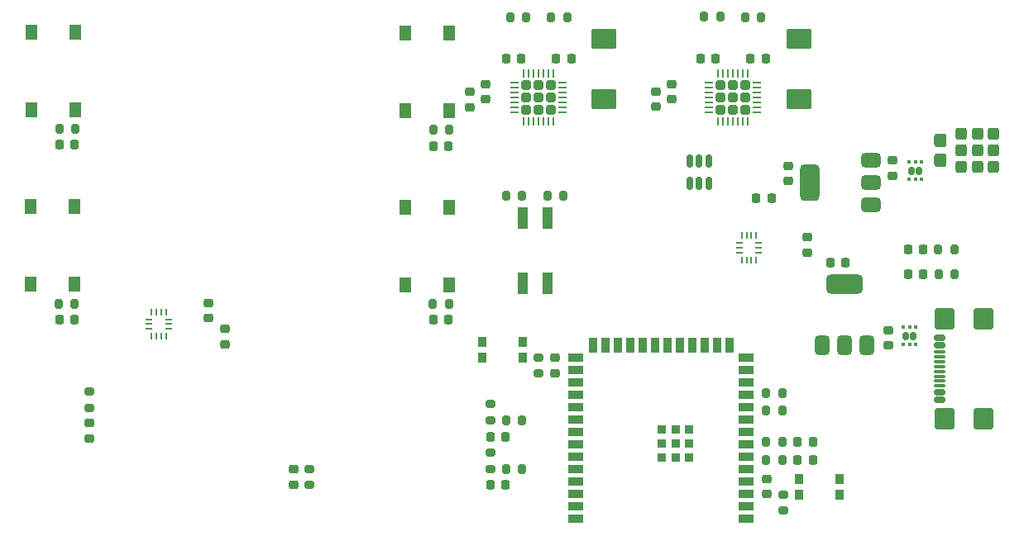
<source format=gbr>
%TF.GenerationSoftware,KiCad,Pcbnew,8.0.8-8.0.8-0~ubuntu22.04.1*%
%TF.CreationDate,2025-03-05T01:13:39-05:00*%
%TF.ProjectId,Electronics V2,456c6563-7472-46f6-9e69-63732056322e,rev?*%
%TF.SameCoordinates,Original*%
%TF.FileFunction,Paste,Top*%
%TF.FilePolarity,Positive*%
%FSLAX46Y46*%
G04 Gerber Fmt 4.6, Leading zero omitted, Abs format (unit mm)*
G04 Created by KiCad (PCBNEW 8.0.8-8.0.8-0~ubuntu22.04.1) date 2025-03-05 01:13:39*
%MOMM*%
%LPD*%
G01*
G04 APERTURE LIST*
G04 Aperture macros list*
%AMRoundRect*
0 Rectangle with rounded corners*
0 $1 Rounding radius*
0 $2 $3 $4 $5 $6 $7 $8 $9 X,Y pos of 4 corners*
0 Add a 4 corners polygon primitive as box body*
4,1,4,$2,$3,$4,$5,$6,$7,$8,$9,$2,$3,0*
0 Add four circle primitives for the rounded corners*
1,1,$1+$1,$2,$3*
1,1,$1+$1,$4,$5*
1,1,$1+$1,$6,$7*
1,1,$1+$1,$8,$9*
0 Add four rect primitives between the rounded corners*
20,1,$1+$1,$2,$3,$4,$5,0*
20,1,$1+$1,$4,$5,$6,$7,0*
20,1,$1+$1,$6,$7,$8,$9,0*
20,1,$1+$1,$8,$9,$2,$3,0*%
G04 Aperture macros list end*
%ADD10RoundRect,0.375000X0.375000X-0.625000X0.375000X0.625000X-0.375000X0.625000X-0.375000X-0.625000X0*%
%ADD11RoundRect,0.500000X1.400000X-0.500000X1.400000X0.500000X-1.400000X0.500000X-1.400000X-0.500000X0*%
%ADD12RoundRect,0.218750X0.256250X-0.218750X0.256250X0.218750X-0.256250X0.218750X-0.256250X-0.218750X0*%
%ADD13RoundRect,0.200000X-0.200000X-0.275000X0.200000X-0.275000X0.200000X0.275000X-0.200000X0.275000X0*%
%ADD14R,0.250000X0.675000*%
%ADD15R,0.675000X0.250000*%
%ADD16RoundRect,0.225000X-0.250000X0.225000X-0.250000X-0.225000X0.250000X-0.225000X0.250000X0.225000X0*%
%ADD17RoundRect,0.200000X-0.275000X0.200000X-0.275000X-0.200000X0.275000X-0.200000X0.275000X0.200000X0*%
%ADD18RoundRect,0.200000X0.200000X0.275000X-0.200000X0.275000X-0.200000X-0.275000X0.200000X-0.275000X0*%
%ADD19RoundRect,0.225000X0.250000X-0.225000X0.250000X0.225000X-0.250000X0.225000X-0.250000X-0.225000X0*%
%ADD20RoundRect,0.160000X-0.160000X0.245000X-0.160000X-0.245000X0.160000X-0.245000X0.160000X0.245000X0*%
%ADD21RoundRect,0.093750X-0.106250X0.093750X-0.106250X-0.093750X0.106250X-0.093750X0.106250X0.093750X0*%
%ADD22R,1.300000X1.550000*%
%ADD23RoundRect,0.250000X-1.025000X0.787500X-1.025000X-0.787500X1.025000X-0.787500X1.025000X0.787500X0*%
%ADD24RoundRect,0.225000X0.225000X0.250000X-0.225000X0.250000X-0.225000X-0.250000X0.225000X-0.250000X0*%
%ADD25RoundRect,0.225000X-0.225000X-0.250000X0.225000X-0.250000X0.225000X0.250000X-0.225000X0.250000X0*%
%ADD26RoundRect,0.218750X-0.218750X-0.256250X0.218750X-0.256250X0.218750X0.256250X-0.218750X0.256250X0*%
%ADD27RoundRect,0.250000X-0.255000X-0.255000X0.255000X-0.255000X0.255000X0.255000X-0.255000X0.255000X0*%
%ADD28RoundRect,0.062500X-0.325000X-0.062500X0.325000X-0.062500X0.325000X0.062500X-0.325000X0.062500X0*%
%ADD29RoundRect,0.062500X-0.062500X-0.325000X0.062500X-0.325000X0.062500X0.325000X-0.062500X0.325000X0*%
%ADD30RoundRect,0.300000X-0.300000X0.325000X-0.300000X-0.325000X0.300000X-0.325000X0.300000X0.325000X0*%
%ADD31RoundRect,0.317500X0.317500X-0.382500X0.317500X0.382500X-0.317500X0.382500X-0.317500X-0.382500X0*%
%ADD32R,0.900000X1.000000*%
%ADD33RoundRect,0.200000X0.275000X-0.200000X0.275000X0.200000X-0.275000X0.200000X-0.275000X-0.200000X0*%
%ADD34RoundRect,0.218750X0.218750X0.256250X-0.218750X0.256250X-0.218750X-0.256250X0.218750X-0.256250X0*%
%ADD35RoundRect,0.375000X0.625000X0.375000X-0.625000X0.375000X-0.625000X-0.375000X0.625000X-0.375000X0*%
%ADD36RoundRect,0.500000X0.500000X1.400000X-0.500000X1.400000X-0.500000X-1.400000X0.500000X-1.400000X0*%
%ADD37RoundRect,0.160000X0.160000X-0.245000X0.160000X0.245000X-0.160000X0.245000X-0.160000X-0.245000X0*%
%ADD38RoundRect,0.093750X0.106250X-0.093750X0.106250X0.093750X-0.106250X0.093750X-0.106250X-0.093750X0*%
%ADD39RoundRect,0.150000X0.425000X-0.150000X0.425000X0.150000X-0.425000X0.150000X-0.425000X-0.150000X0*%
%ADD40RoundRect,0.075000X0.500000X-0.075000X0.500000X0.075000X-0.500000X0.075000X-0.500000X-0.075000X0*%
%ADD41RoundRect,0.250000X0.750000X-0.840000X0.750000X0.840000X-0.750000X0.840000X-0.750000X-0.840000X0*%
%ADD42R,0.900000X0.900000*%
%ADD43R,1.500000X0.900000*%
%ADD44R,0.900000X1.500000*%
%ADD45RoundRect,0.150000X-0.150000X0.512500X-0.150000X-0.512500X0.150000X-0.512500X0.150000X0.512500X0*%
%ADD46R,1.120000X2.160000*%
G04 APERTURE END LIST*
D10*
%TO.C,U1*%
X181700000Y-111780000D03*
X184000000Y-111780000D03*
D11*
X184000000Y-105480000D03*
D10*
X186300000Y-111780000D03*
%TD*%
D12*
%TO.C,D4*%
X106650000Y-121337500D03*
X106650000Y-119762500D03*
%TD*%
D13*
%TO.C,R23*%
X193593750Y-101950000D03*
X195243750Y-101950000D03*
%TD*%
D14*
%TO.C,U5*%
X113062500Y-110862500D03*
X113562500Y-110862500D03*
X114062500Y-110862500D03*
X114562500Y-110862500D03*
D15*
X114825000Y-110100000D03*
X114825000Y-109600000D03*
X114825000Y-109100000D03*
D14*
X114562500Y-108337500D03*
X114062500Y-108337500D03*
X113562500Y-108337500D03*
X113062500Y-108337500D03*
D15*
X112800000Y-109100000D03*
X112800000Y-109600000D03*
X112800000Y-110100000D03*
%TD*%
D16*
%TO.C,C3*%
X120600000Y-110100000D03*
X120600000Y-111650000D03*
%TD*%
D17*
%TO.C,R17*%
X129225000Y-124450000D03*
X129225000Y-126100000D03*
%TD*%
D16*
%TO.C,C18*%
X127600000Y-124500000D03*
X127600000Y-126050000D03*
%TD*%
D18*
%TO.C,R15*%
X143525000Y-89700000D03*
X141875000Y-89700000D03*
%TD*%
D19*
%TO.C,C13*%
X180175000Y-102250000D03*
X180175000Y-100700000D03*
%TD*%
D20*
%TO.C,U11*%
X191050000Y-110812500D03*
X190250000Y-110812500D03*
D21*
X191300000Y-109925000D03*
X190650000Y-109925000D03*
X190000000Y-109925000D03*
X190000000Y-111700000D03*
X190650000Y-111700000D03*
X191300000Y-111700000D03*
%TD*%
D19*
%TO.C,C22*%
X178200000Y-94955000D03*
X178200000Y-93405000D03*
%TD*%
D22*
%TO.C,SW7*%
X138990000Y-105590000D03*
X138990000Y-97630000D03*
X143490000Y-105590000D03*
X143490000Y-97630000D03*
%TD*%
D18*
%TO.C,R14*%
X105200000Y-107500000D03*
X103550000Y-107500000D03*
%TD*%
D22*
%TO.C,SW5*%
X100690000Y-105530000D03*
X100690000Y-97570000D03*
X105190000Y-105530000D03*
X105190000Y-97570000D03*
%TD*%
D16*
%TO.C,C24*%
X164675000Y-85775000D03*
X164675000Y-87325000D03*
%TD*%
D23*
%TO.C,C9*%
X159375000Y-80337500D03*
X159375000Y-86562500D03*
%TD*%
D16*
%TO.C,C11*%
X154375000Y-113050000D03*
X154375000Y-114600000D03*
%TD*%
D22*
%TO.C,SW1*%
X100740000Y-87610000D03*
X100740000Y-79650000D03*
X105240000Y-87610000D03*
X105240000Y-79650000D03*
%TD*%
D24*
%TO.C,C5*%
X170775000Y-82350000D03*
X169225000Y-82350000D03*
%TD*%
D13*
%TO.C,R25*%
X149325000Y-124450000D03*
X150975000Y-124450000D03*
%TD*%
D25*
%TO.C,C10*%
X154475000Y-82375000D03*
X156025000Y-82375000D03*
%TD*%
D17*
%TO.C,R18*%
X147775000Y-117800000D03*
X147775000Y-119450000D03*
%TD*%
D23*
%TO.C,C4*%
X179350000Y-80337500D03*
X179350000Y-86562500D03*
%TD*%
D16*
%TO.C,C7*%
X145625000Y-85800000D03*
X145625000Y-87350000D03*
%TD*%
D25*
%TO.C,C6*%
X174375000Y-82350000D03*
X175925000Y-82350000D03*
%TD*%
D24*
%TO.C,C16*%
X143475000Y-91350000D03*
X141925000Y-91350000D03*
%TD*%
D18*
%TO.C,R11*%
X177625000Y-118450000D03*
X175975000Y-118450000D03*
%TD*%
D16*
%TO.C,C21*%
X188900000Y-92830000D03*
X188900000Y-94380000D03*
%TD*%
D13*
%TO.C,R26*%
X149325000Y-119450000D03*
X150975000Y-119450000D03*
%TD*%
D26*
%TO.C,D5*%
X190481250Y-101950000D03*
X192056250Y-101950000D03*
%TD*%
D27*
%TO.C,U9*%
X171300000Y-85100000D03*
X171300000Y-86350000D03*
X171300000Y-87600000D03*
X172550000Y-85100000D03*
X172550000Y-86350000D03*
X172550000Y-87600000D03*
X173800000Y-85100000D03*
X173800000Y-86350000D03*
X173800000Y-87600000D03*
D28*
X170087500Y-84850000D03*
X170087500Y-85350000D03*
X170087500Y-85850000D03*
X170087500Y-86350000D03*
X170087500Y-86850000D03*
X170087500Y-87350000D03*
X170087500Y-87850000D03*
D29*
X171050000Y-88812500D03*
X171550000Y-88812500D03*
X172050000Y-88812500D03*
X172550000Y-88812500D03*
X173050000Y-88812500D03*
X173550000Y-88812500D03*
X174050000Y-88812500D03*
D28*
X175012500Y-87850000D03*
X175012500Y-87350000D03*
X175012500Y-86850000D03*
X175012500Y-86350000D03*
X175012500Y-85850000D03*
X175012500Y-85350000D03*
X175012500Y-84850000D03*
D29*
X174050000Y-83887500D03*
X173550000Y-83887500D03*
X173050000Y-83887500D03*
X172550000Y-83887500D03*
X172050000Y-83887500D03*
X171550000Y-83887500D03*
X171050000Y-83887500D03*
%TD*%
D30*
%TO.C,D2*%
X195900000Y-93480000D03*
X197590000Y-93480000D03*
X199250000Y-93480000D03*
X195900000Y-91780000D03*
X197590000Y-91780000D03*
X199250000Y-91780000D03*
X195900000Y-90080000D03*
X197590000Y-90080000D03*
X199250000Y-90080000D03*
D31*
X193785000Y-92820000D03*
X193785000Y-90740000D03*
%TD*%
D32*
%TO.C,SW4*%
X146925000Y-111400000D03*
X151025000Y-111400000D03*
X146925000Y-113000000D03*
X151025000Y-113000000D03*
%TD*%
D16*
%TO.C,C1*%
X118875000Y-107425000D03*
X118875000Y-108975000D03*
%TD*%
D18*
%TO.C,R3*%
X151000000Y-96400000D03*
X149350000Y-96400000D03*
%TD*%
%TO.C,R1*%
X177625000Y-116700000D03*
X175975000Y-116700000D03*
%TD*%
D25*
%TO.C,C26*%
X147750000Y-121125000D03*
X149300000Y-121125000D03*
%TD*%
D18*
%TO.C,R5*%
X151400000Y-78150000D03*
X149750000Y-78150000D03*
%TD*%
D14*
%TO.C,U6*%
X173462500Y-103012500D03*
X173962500Y-103012500D03*
X174462500Y-103012500D03*
X174962500Y-103012500D03*
D15*
X175225000Y-102250000D03*
X175225000Y-101750000D03*
X175225000Y-101250000D03*
D14*
X174962500Y-100487500D03*
X174462500Y-100487500D03*
X173962500Y-100487500D03*
X173462500Y-100487500D03*
D15*
X173200000Y-101250000D03*
X173200000Y-101750000D03*
X173200000Y-102250000D03*
%TD*%
D25*
%TO.C,C27*%
X147750000Y-126100000D03*
X149300000Y-126100000D03*
%TD*%
D13*
%TO.C,R4*%
X153950000Y-78150000D03*
X155600000Y-78150000D03*
%TD*%
D33*
%TO.C,R22*%
X106650000Y-118175000D03*
X106650000Y-116525000D03*
%TD*%
D26*
%TO.C,D6*%
X190475000Y-104450000D03*
X192050000Y-104450000D03*
%TD*%
D17*
%TO.C,R19*%
X147775000Y-122800000D03*
X147775000Y-124450000D03*
%TD*%
D18*
%TO.C,R21*%
X177600000Y-121700000D03*
X175950000Y-121700000D03*
%TD*%
D33*
%TO.C,R9*%
X177700000Y-128700000D03*
X177700000Y-127050000D03*
%TD*%
D24*
%TO.C,C14*%
X105205000Y-91180000D03*
X103655000Y-91180000D03*
%TD*%
D32*
%TO.C,SW3*%
X179350000Y-125475000D03*
X183450000Y-125475000D03*
X179350000Y-127075000D03*
X183450000Y-127075000D03*
%TD*%
D27*
%TO.C,U2*%
X151425000Y-85100000D03*
X151425000Y-86350000D03*
X151425000Y-87600000D03*
X152675000Y-85100000D03*
X152675000Y-86350000D03*
X152675000Y-87600000D03*
X153925000Y-85100000D03*
X153925000Y-86350000D03*
X153925000Y-87600000D03*
D28*
X150212500Y-84850000D03*
X150212500Y-85350000D03*
X150212500Y-85850000D03*
X150212500Y-86350000D03*
X150212500Y-86850000D03*
X150212500Y-87350000D03*
X150212500Y-87850000D03*
D29*
X151175000Y-88812500D03*
X151675000Y-88812500D03*
X152175000Y-88812500D03*
X152675000Y-88812500D03*
X153175000Y-88812500D03*
X153675000Y-88812500D03*
X154175000Y-88812500D03*
D28*
X155137500Y-87850000D03*
X155137500Y-87350000D03*
X155137500Y-86850000D03*
X155137500Y-86350000D03*
X155137500Y-85850000D03*
X155137500Y-85350000D03*
X155137500Y-84850000D03*
D29*
X154175000Y-83887500D03*
X153675000Y-83887500D03*
X153175000Y-83887500D03*
X152675000Y-83887500D03*
X152175000Y-83887500D03*
X151675000Y-83887500D03*
X151175000Y-83887500D03*
%TD*%
D18*
%TO.C,R20*%
X171275000Y-78100000D03*
X169625000Y-78100000D03*
%TD*%
D24*
%TO.C,C17*%
X143475000Y-109150000D03*
X141925000Y-109150000D03*
%TD*%
D34*
%TO.C,D3*%
X180750000Y-121700000D03*
X179175000Y-121700000D03*
%TD*%
D24*
%TO.C,C20*%
X184075000Y-103280000D03*
X182525000Y-103280000D03*
%TD*%
D19*
%TO.C,C19*%
X188500000Y-111780000D03*
X188500000Y-110230000D03*
%TD*%
D35*
%TO.C,U7*%
X186700000Y-97380000D03*
X186700000Y-95080000D03*
D36*
X180400000Y-95080000D03*
D35*
X186700000Y-92780000D03*
%TD*%
D37*
%TO.C,U10*%
X190850000Y-93887500D03*
X191650000Y-93887500D03*
D38*
X190600000Y-94775000D03*
X191250000Y-94775000D03*
X191900000Y-94775000D03*
X191900000Y-93000000D03*
X191250000Y-93000000D03*
X190600000Y-93000000D03*
%TD*%
D18*
%TO.C,R13*%
X105250000Y-89550000D03*
X103600000Y-89550000D03*
%TD*%
D39*
%TO.C,J4*%
X193695000Y-117390000D03*
X193695000Y-116590000D03*
D40*
X193695000Y-115440000D03*
X193695000Y-114440000D03*
X193695000Y-113940000D03*
X193695000Y-112940000D03*
D39*
X193695000Y-111790000D03*
X193695000Y-110990000D03*
X193695000Y-110990000D03*
X193695000Y-111790000D03*
D40*
X193695000Y-112440000D03*
X193695000Y-113440000D03*
X193695000Y-114940000D03*
X193695000Y-115940000D03*
D39*
X193695000Y-116590000D03*
X193695000Y-117390000D03*
D41*
X194270000Y-119300000D03*
X198200000Y-119300000D03*
X194270000Y-109080000D03*
X198200000Y-109080000D03*
%TD*%
D42*
%TO.C,U3*%
X168100000Y-123240000D03*
X168100000Y-121840000D03*
X168100000Y-120440000D03*
X166700000Y-123240000D03*
X166700000Y-121840000D03*
X166700000Y-120440000D03*
X165300000Y-123240000D03*
X165300000Y-121840000D03*
X165300000Y-120440000D03*
D43*
X173950000Y-129560000D03*
X173950000Y-128290000D03*
X173950000Y-127020000D03*
X173950000Y-125750000D03*
X173950000Y-124480000D03*
X173950000Y-123210000D03*
X173950000Y-121940000D03*
X173950000Y-120670000D03*
X173950000Y-119400000D03*
X173950000Y-118130000D03*
X173950000Y-116860000D03*
X173950000Y-115590000D03*
X173950000Y-114320000D03*
X173950000Y-113050000D03*
D44*
X172185000Y-111800000D03*
X170915000Y-111800000D03*
X169645000Y-111800000D03*
X168375000Y-111800000D03*
X167105000Y-111800000D03*
X165835000Y-111800000D03*
X164565000Y-111800000D03*
X163295000Y-111800000D03*
X162025000Y-111800000D03*
X160755000Y-111800000D03*
X159485000Y-111800000D03*
X158215000Y-111800000D03*
D43*
X156450000Y-113050000D03*
X156450000Y-114320000D03*
X156450000Y-115590000D03*
X156450000Y-116860000D03*
X156450000Y-118130000D03*
X156450000Y-119400000D03*
X156450000Y-120670000D03*
X156450000Y-121940000D03*
X156450000Y-123210000D03*
X156450000Y-124480000D03*
X156450000Y-125750000D03*
X156450000Y-127020000D03*
X156450000Y-128290000D03*
X156450000Y-129560000D03*
%TD*%
D13*
%TO.C,R8*%
X173825000Y-78125000D03*
X175475000Y-78125000D03*
%TD*%
D33*
%TO.C,R10*%
X152675000Y-114650000D03*
X152675000Y-113000000D03*
%TD*%
D16*
%TO.C,C25*%
X166275000Y-85000000D03*
X166275000Y-86550000D03*
%TD*%
D13*
%TO.C,R2*%
X153575000Y-96400000D03*
X155225000Y-96400000D03*
%TD*%
D34*
%TO.C,D1*%
X180750000Y-123500000D03*
X179175000Y-123500000D03*
%TD*%
D18*
%TO.C,R16*%
X143500000Y-107550000D03*
X141850000Y-107550000D03*
%TD*%
%TO.C,R12*%
X177600000Y-123500000D03*
X175950000Y-123500000D03*
%TD*%
D25*
%TO.C,C2*%
X174950000Y-96725000D03*
X176500000Y-96725000D03*
%TD*%
D13*
%TO.C,R24*%
X193600000Y-104450000D03*
X195250000Y-104450000D03*
%TD*%
D24*
%TO.C,C15*%
X105150000Y-109100000D03*
X103600000Y-109100000D03*
%TD*%
D45*
%TO.C,U4*%
X170075000Y-92900000D03*
X169125000Y-92900000D03*
X168175000Y-92900000D03*
X168175000Y-95175000D03*
X169125000Y-95175000D03*
X170075000Y-95175000D03*
%TD*%
D24*
%TO.C,C23*%
X150875000Y-82375000D03*
X149325000Y-82375000D03*
%TD*%
D19*
%TO.C,C12*%
X176025000Y-127025000D03*
X176025000Y-125475000D03*
%TD*%
D22*
%TO.C,SW6*%
X139040000Y-87710000D03*
X139040000Y-79750000D03*
X143540000Y-87710000D03*
X143540000Y-79750000D03*
%TD*%
D16*
%TO.C,C8*%
X147225000Y-85000000D03*
X147225000Y-86550000D03*
%TD*%
D46*
%TO.C,SW2*%
X151030000Y-105415000D03*
X153570000Y-105415000D03*
X153570000Y-98685000D03*
X151030000Y-98685000D03*
%TD*%
M02*

</source>
